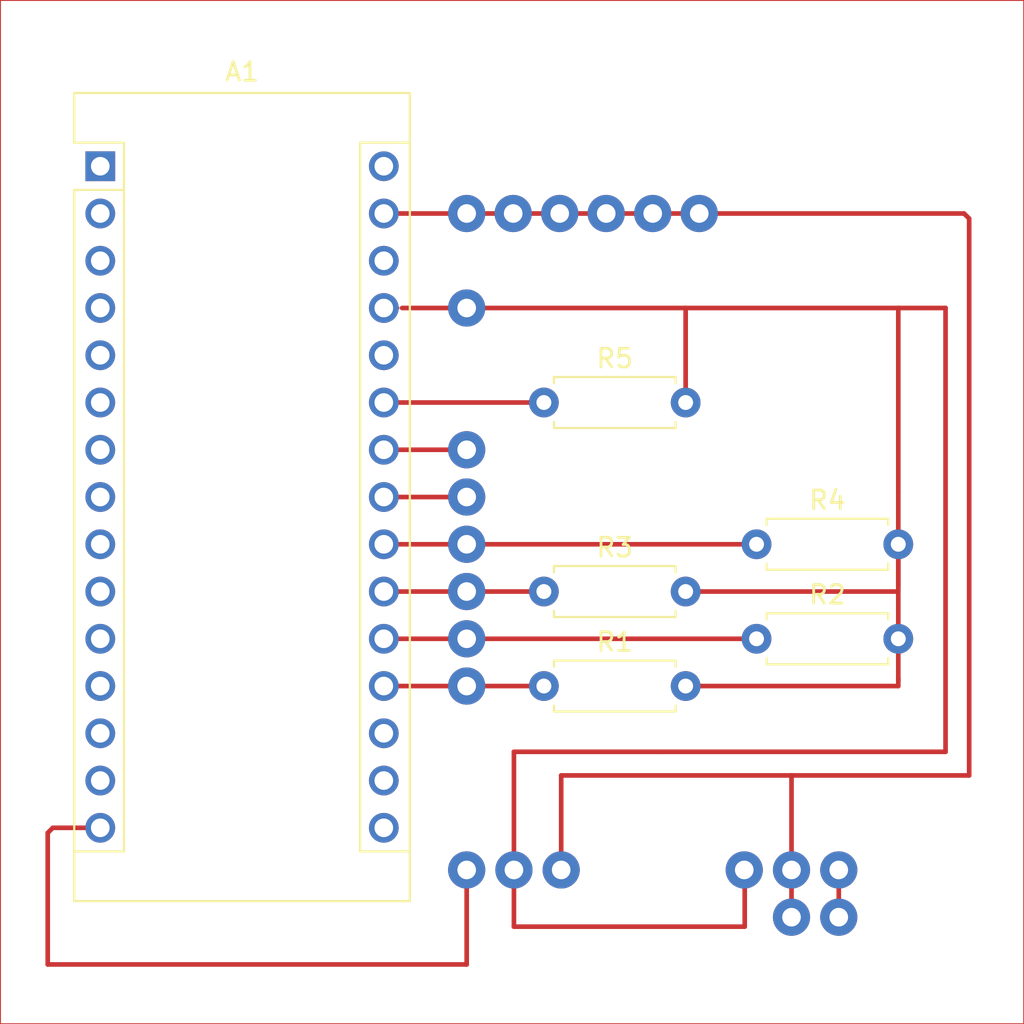
<source format=kicad_pcb>
(kicad_pcb (version 20171130) (host pcbnew "(5.1.9)-1")

  (general
    (thickness 1.6)
    (drawings 4)
    (tracks 88)
    (zones 0)
    (modules 6)
    (nets 31)
  )

  (page A4)
  (layers
    (0 F.Cu signal)
    (31 B.Cu signal)
    (32 B.Adhes user)
    (33 F.Adhes user)
    (34 B.Paste user)
    (35 F.Paste user)
    (36 B.SilkS user)
    (37 F.SilkS user)
    (38 B.Mask user)
    (39 F.Mask user)
    (40 Dwgs.User user)
    (41 Cmts.User user)
    (42 Eco1.User user)
    (43 Eco2.User user)
    (44 Edge.Cuts user)
    (45 Margin user)
    (46 B.CrtYd user)
    (47 F.CrtYd user)
    (48 B.Fab user)
    (49 F.Fab user)
  )

  (setup
    (last_trace_width 0.25)
    (trace_clearance 0.2)
    (zone_clearance 0.508)
    (zone_45_only no)
    (trace_min 0.2)
    (via_size 0.8)
    (via_drill 0.4)
    (via_min_size 0.4)
    (via_min_drill 0.3)
    (user_via 2 1)
    (uvia_size 0.3)
    (uvia_drill 0.1)
    (uvias_allowed no)
    (uvia_min_size 0.2)
    (uvia_min_drill 0.1)
    (edge_width 0.05)
    (segment_width 0.2)
    (pcb_text_width 0.3)
    (pcb_text_size 1.5 1.5)
    (mod_edge_width 0.12)
    (mod_text_size 1 1)
    (mod_text_width 0.15)
    (pad_size 1.524 1.524)
    (pad_drill 0.762)
    (pad_to_mask_clearance 0)
    (aux_axis_origin 0 0)
    (visible_elements 7FFFFFFF)
    (pcbplotparams
      (layerselection 0x010f0_ffffffff)
      (usegerberextensions true)
      (usegerberattributes true)
      (usegerberadvancedattributes true)
      (creategerberjobfile false)
      (excludeedgelayer true)
      (linewidth 0.100000)
      (plotframeref false)
      (viasonmask false)
      (mode 1)
      (useauxorigin false)
      (hpglpennumber 1)
      (hpglpenspeed 20)
      (hpglpendiameter 15.000000)
      (psnegative false)
      (psa4output false)
      (plotreference true)
      (plotvalue true)
      (plotinvisibletext false)
      (padsonsilk true)
      (subtractmaskfromsilk false)
      (outputformat 1)
      (mirror false)
      (drillshape 0)
      (scaleselection 1)
      (outputdirectory "../../gerberInz/"))
  )

  (net 0 "")
  (net 1 "Net-(A1-Pad16)")
  (net 2 "Net-(A1-Pad15)")
  (net 3 "Net-(A1-Pad30)")
  (net 4 "Net-(A1-Pad14)")
  (net 5 "Net-(A1-Pad29)")
  (net 6 "Net-(A1-Pad13)")
  (net 7 "Net-(A1-Pad28)")
  (net 8 "Net-(A1-Pad12)")
  (net 9 "Net-(A1-Pad27)")
  (net 10 "Net-(A1-Pad11)")
  (net 11 "Net-(A1-Pad26)")
  (net 12 "Net-(A1-Pad10)")
  (net 13 "Net-(A1-Pad25)")
  (net 14 "Net-(A1-Pad9)")
  (net 15 "Net-(A1-Pad24)")
  (net 16 "Net-(A1-Pad8)")
  (net 17 "Net-(A1-Pad23)")
  (net 18 "Net-(A1-Pad7)")
  (net 19 "Net-(A1-Pad22)")
  (net 20 "Net-(A1-Pad6)")
  (net 21 "Net-(A1-Pad21)")
  (net 22 "Net-(A1-Pad5)")
  (net 23 "Net-(A1-Pad20)")
  (net 24 "Net-(A1-Pad4)")
  (net 25 "Net-(A1-Pad19)")
  (net 26 "Net-(A1-Pad3)")
  (net 27 "Net-(A1-Pad18)")
  (net 28 "Net-(A1-Pad2)")
  (net 29 "Net-(A1-Pad17)")
  (net 30 "Net-(A1-Pad1)")

  (net_class Default "This is the default net class."
    (clearance 0.2)
    (trace_width 0.25)
    (via_dia 0.8)
    (via_drill 0.4)
    (uvia_dia 0.3)
    (uvia_drill 0.1)
    (add_net "Net-(A1-Pad1)")
    (add_net "Net-(A1-Pad10)")
    (add_net "Net-(A1-Pad11)")
    (add_net "Net-(A1-Pad12)")
    (add_net "Net-(A1-Pad13)")
    (add_net "Net-(A1-Pad14)")
    (add_net "Net-(A1-Pad15)")
    (add_net "Net-(A1-Pad16)")
    (add_net "Net-(A1-Pad17)")
    (add_net "Net-(A1-Pad18)")
    (add_net "Net-(A1-Pad19)")
    (add_net "Net-(A1-Pad2)")
    (add_net "Net-(A1-Pad20)")
    (add_net "Net-(A1-Pad21)")
    (add_net "Net-(A1-Pad22)")
    (add_net "Net-(A1-Pad23)")
    (add_net "Net-(A1-Pad24)")
    (add_net "Net-(A1-Pad25)")
    (add_net "Net-(A1-Pad26)")
    (add_net "Net-(A1-Pad27)")
    (add_net "Net-(A1-Pad28)")
    (add_net "Net-(A1-Pad29)")
    (add_net "Net-(A1-Pad3)")
    (add_net "Net-(A1-Pad30)")
    (add_net "Net-(A1-Pad4)")
    (add_net "Net-(A1-Pad5)")
    (add_net "Net-(A1-Pad6)")
    (add_net "Net-(A1-Pad7)")
    (add_net "Net-(A1-Pad8)")
    (add_net "Net-(A1-Pad9)")
  )

  (module Resistor_THT:R_Axial_DIN0207_L6.3mm_D2.5mm_P7.62mm_Horizontal (layer F.Cu) (tedit 5AE5139B) (tstamp 5FF2BFD4)
    (at 52.451 40.915001)
    (descr "Resistor, Axial_DIN0207 series, Axial, Horizontal, pin pitch=7.62mm, 0.25W = 1/4W, length*diameter=6.3*2.5mm^2, http://cdn-reichelt.de/documents/datenblatt/B400/1_4W%23YAG.pdf")
    (tags "Resistor Axial_DIN0207 series Axial Horizontal pin pitch 7.62mm 0.25W = 1/4W length 6.3mm diameter 2.5mm")
    (path /5FF2EF34)
    (fp_text reference R5 (at 3.81 -2.37) (layer F.SilkS)
      (effects (font (size 1 1) (thickness 0.15)))
    )
    (fp_text value 1000 (at 3.81 2.37) (layer F.Fab)
      (effects (font (size 1 1) (thickness 0.15)))
    )
    (fp_line (start 0.66 -1.25) (end 0.66 1.25) (layer F.Fab) (width 0.1))
    (fp_line (start 0.66 1.25) (end 6.96 1.25) (layer F.Fab) (width 0.1))
    (fp_line (start 6.96 1.25) (end 6.96 -1.25) (layer F.Fab) (width 0.1))
    (fp_line (start 6.96 -1.25) (end 0.66 -1.25) (layer F.Fab) (width 0.1))
    (fp_line (start 0 0) (end 0.66 0) (layer F.Fab) (width 0.1))
    (fp_line (start 7.62 0) (end 6.96 0) (layer F.Fab) (width 0.1))
    (fp_line (start 0.54 -1.04) (end 0.54 -1.37) (layer F.SilkS) (width 0.12))
    (fp_line (start 0.54 -1.37) (end 7.08 -1.37) (layer F.SilkS) (width 0.12))
    (fp_line (start 7.08 -1.37) (end 7.08 -1.04) (layer F.SilkS) (width 0.12))
    (fp_line (start 0.54 1.04) (end 0.54 1.37) (layer F.SilkS) (width 0.12))
    (fp_line (start 0.54 1.37) (end 7.08 1.37) (layer F.SilkS) (width 0.12))
    (fp_line (start 7.08 1.37) (end 7.08 1.04) (layer F.SilkS) (width 0.12))
    (fp_line (start -1.05 -1.5) (end -1.05 1.5) (layer F.CrtYd) (width 0.05))
    (fp_line (start -1.05 1.5) (end 8.67 1.5) (layer F.CrtYd) (width 0.05))
    (fp_line (start 8.67 1.5) (end 8.67 -1.5) (layer F.CrtYd) (width 0.05))
    (fp_line (start 8.67 -1.5) (end -1.05 -1.5) (layer F.CrtYd) (width 0.05))
    (fp_text user %R (at 3.81 0) (layer F.Fab)
      (effects (font (size 1 1) (thickness 0.15)))
    )
    (pad 2 thru_hole oval (at 7.62 0) (size 1.6 1.6) (drill 0.8) (layers *.Cu *.Mask)
      (net 9 "Net-(A1-Pad27)"))
    (pad 1 thru_hole circle (at 0 0) (size 1.6 1.6) (drill 0.8) (layers *.Cu *.Mask)
      (net 13 "Net-(A1-Pad25)"))
    (model ${KISYS3DMOD}/Resistor_THT.3dshapes/R_Axial_DIN0207_L6.3mm_D2.5mm_P7.62mm_Horizontal.wrl
      (at (xyz 0 0 0))
      (scale (xyz 1 1 1))
      (rotate (xyz 0 0 0))
    )
  )

  (module Resistor_THT:R_Axial_DIN0207_L6.3mm_D2.5mm_P7.62mm_Horizontal (layer F.Cu) (tedit 5AE5139B) (tstamp 5FF2BFBD)
    (at 63.881 48.535001)
    (descr "Resistor, Axial_DIN0207 series, Axial, Horizontal, pin pitch=7.62mm, 0.25W = 1/4W, length*diameter=6.3*2.5mm^2, http://cdn-reichelt.de/documents/datenblatt/B400/1_4W%23YAG.pdf")
    (tags "Resistor Axial_DIN0207 series Axial Horizontal pin pitch 7.62mm 0.25W = 1/4W length 6.3mm diameter 2.5mm")
    (path /5FF2E8AE)
    (fp_text reference R4 (at 3.81 -2.37) (layer F.SilkS)
      (effects (font (size 1 1) (thickness 0.15)))
    )
    (fp_text value 1000 (at 3.81 2.37) (layer F.Fab)
      (effects (font (size 1 1) (thickness 0.15)))
    )
    (fp_line (start 0.66 -1.25) (end 0.66 1.25) (layer F.Fab) (width 0.1))
    (fp_line (start 0.66 1.25) (end 6.96 1.25) (layer F.Fab) (width 0.1))
    (fp_line (start 6.96 1.25) (end 6.96 -1.25) (layer F.Fab) (width 0.1))
    (fp_line (start 6.96 -1.25) (end 0.66 -1.25) (layer F.Fab) (width 0.1))
    (fp_line (start 0 0) (end 0.66 0) (layer F.Fab) (width 0.1))
    (fp_line (start 7.62 0) (end 6.96 0) (layer F.Fab) (width 0.1))
    (fp_line (start 0.54 -1.04) (end 0.54 -1.37) (layer F.SilkS) (width 0.12))
    (fp_line (start 0.54 -1.37) (end 7.08 -1.37) (layer F.SilkS) (width 0.12))
    (fp_line (start 7.08 -1.37) (end 7.08 -1.04) (layer F.SilkS) (width 0.12))
    (fp_line (start 0.54 1.04) (end 0.54 1.37) (layer F.SilkS) (width 0.12))
    (fp_line (start 0.54 1.37) (end 7.08 1.37) (layer F.SilkS) (width 0.12))
    (fp_line (start 7.08 1.37) (end 7.08 1.04) (layer F.SilkS) (width 0.12))
    (fp_line (start -1.05 -1.5) (end -1.05 1.5) (layer F.CrtYd) (width 0.05))
    (fp_line (start -1.05 1.5) (end 8.67 1.5) (layer F.CrtYd) (width 0.05))
    (fp_line (start 8.67 1.5) (end 8.67 -1.5) (layer F.CrtYd) (width 0.05))
    (fp_line (start 8.67 -1.5) (end -1.05 -1.5) (layer F.CrtYd) (width 0.05))
    (fp_text user %R (at 3.81 0) (layer F.Fab)
      (effects (font (size 1 1) (thickness 0.15)))
    )
    (pad 2 thru_hole oval (at 7.62 0) (size 1.6 1.6) (drill 0.8) (layers *.Cu *.Mask)
      (net 9 "Net-(A1-Pad27)"))
    (pad 1 thru_hole circle (at 0 0) (size 1.6 1.6) (drill 0.8) (layers *.Cu *.Mask)
      (net 19 "Net-(A1-Pad22)"))
    (model ${KISYS3DMOD}/Resistor_THT.3dshapes/R_Axial_DIN0207_L6.3mm_D2.5mm_P7.62mm_Horizontal.wrl
      (at (xyz 0 0 0))
      (scale (xyz 1 1 1))
      (rotate (xyz 0 0 0))
    )
  )

  (module Resistor_THT:R_Axial_DIN0207_L6.3mm_D2.5mm_P7.62mm_Horizontal (layer F.Cu) (tedit 5AE5139B) (tstamp 5FF2BFA6)
    (at 52.451 51.075001)
    (descr "Resistor, Axial_DIN0207 series, Axial, Horizontal, pin pitch=7.62mm, 0.25W = 1/4W, length*diameter=6.3*2.5mm^2, http://cdn-reichelt.de/documents/datenblatt/B400/1_4W%23YAG.pdf")
    (tags "Resistor Axial_DIN0207 series Axial Horizontal pin pitch 7.62mm 0.25W = 1/4W length 6.3mm diameter 2.5mm")
    (path /5FF2E8A8)
    (fp_text reference R3 (at 3.81 -2.37) (layer F.SilkS)
      (effects (font (size 1 1) (thickness 0.15)))
    )
    (fp_text value 1000 (at 3.81 2.37) (layer F.Fab)
      (effects (font (size 1 1) (thickness 0.15)))
    )
    (fp_line (start 0.66 -1.25) (end 0.66 1.25) (layer F.Fab) (width 0.1))
    (fp_line (start 0.66 1.25) (end 6.96 1.25) (layer F.Fab) (width 0.1))
    (fp_line (start 6.96 1.25) (end 6.96 -1.25) (layer F.Fab) (width 0.1))
    (fp_line (start 6.96 -1.25) (end 0.66 -1.25) (layer F.Fab) (width 0.1))
    (fp_line (start 0 0) (end 0.66 0) (layer F.Fab) (width 0.1))
    (fp_line (start 7.62 0) (end 6.96 0) (layer F.Fab) (width 0.1))
    (fp_line (start 0.54 -1.04) (end 0.54 -1.37) (layer F.SilkS) (width 0.12))
    (fp_line (start 0.54 -1.37) (end 7.08 -1.37) (layer F.SilkS) (width 0.12))
    (fp_line (start 7.08 -1.37) (end 7.08 -1.04) (layer F.SilkS) (width 0.12))
    (fp_line (start 0.54 1.04) (end 0.54 1.37) (layer F.SilkS) (width 0.12))
    (fp_line (start 0.54 1.37) (end 7.08 1.37) (layer F.SilkS) (width 0.12))
    (fp_line (start 7.08 1.37) (end 7.08 1.04) (layer F.SilkS) (width 0.12))
    (fp_line (start -1.05 -1.5) (end -1.05 1.5) (layer F.CrtYd) (width 0.05))
    (fp_line (start -1.05 1.5) (end 8.67 1.5) (layer F.CrtYd) (width 0.05))
    (fp_line (start 8.67 1.5) (end 8.67 -1.5) (layer F.CrtYd) (width 0.05))
    (fp_line (start 8.67 -1.5) (end -1.05 -1.5) (layer F.CrtYd) (width 0.05))
    (fp_text user %R (at 3.81 0) (layer F.Fab)
      (effects (font (size 1 1) (thickness 0.15)))
    )
    (pad 2 thru_hole oval (at 7.62 0) (size 1.6 1.6) (drill 0.8) (layers *.Cu *.Mask)
      (net 9 "Net-(A1-Pad27)"))
    (pad 1 thru_hole circle (at 0 0) (size 1.6 1.6) (drill 0.8) (layers *.Cu *.Mask)
      (net 21 "Net-(A1-Pad21)"))
    (model ${KISYS3DMOD}/Resistor_THT.3dshapes/R_Axial_DIN0207_L6.3mm_D2.5mm_P7.62mm_Horizontal.wrl
      (at (xyz 0 0 0))
      (scale (xyz 1 1 1))
      (rotate (xyz 0 0 0))
    )
  )

  (module Resistor_THT:R_Axial_DIN0207_L6.3mm_D2.5mm_P7.62mm_Horizontal (layer F.Cu) (tedit 5AE5139B) (tstamp 5FF2BF8F)
    (at 63.881 53.615001)
    (descr "Resistor, Axial_DIN0207 series, Axial, Horizontal, pin pitch=7.62mm, 0.25W = 1/4W, length*diameter=6.3*2.5mm^2, http://cdn-reichelt.de/documents/datenblatt/B400/1_4W%23YAG.pdf")
    (tags "Resistor Axial_DIN0207 series Axial Horizontal pin pitch 7.62mm 0.25W = 1/4W length 6.3mm diameter 2.5mm")
    (path /5FF2D157)
    (fp_text reference R2 (at 3.81 -2.37) (layer F.SilkS)
      (effects (font (size 1 1) (thickness 0.15)))
    )
    (fp_text value 1000 (at 3.81 2.37) (layer F.Fab)
      (effects (font (size 1 1) (thickness 0.15)))
    )
    (fp_line (start 0.66 -1.25) (end 0.66 1.25) (layer F.Fab) (width 0.1))
    (fp_line (start 0.66 1.25) (end 6.96 1.25) (layer F.Fab) (width 0.1))
    (fp_line (start 6.96 1.25) (end 6.96 -1.25) (layer F.Fab) (width 0.1))
    (fp_line (start 6.96 -1.25) (end 0.66 -1.25) (layer F.Fab) (width 0.1))
    (fp_line (start 0 0) (end 0.66 0) (layer F.Fab) (width 0.1))
    (fp_line (start 7.62 0) (end 6.96 0) (layer F.Fab) (width 0.1))
    (fp_line (start 0.54 -1.04) (end 0.54 -1.37) (layer F.SilkS) (width 0.12))
    (fp_line (start 0.54 -1.37) (end 7.08 -1.37) (layer F.SilkS) (width 0.12))
    (fp_line (start 7.08 -1.37) (end 7.08 -1.04) (layer F.SilkS) (width 0.12))
    (fp_line (start 0.54 1.04) (end 0.54 1.37) (layer F.SilkS) (width 0.12))
    (fp_line (start 0.54 1.37) (end 7.08 1.37) (layer F.SilkS) (width 0.12))
    (fp_line (start 7.08 1.37) (end 7.08 1.04) (layer F.SilkS) (width 0.12))
    (fp_line (start -1.05 -1.5) (end -1.05 1.5) (layer F.CrtYd) (width 0.05))
    (fp_line (start -1.05 1.5) (end 8.67 1.5) (layer F.CrtYd) (width 0.05))
    (fp_line (start 8.67 1.5) (end 8.67 -1.5) (layer F.CrtYd) (width 0.05))
    (fp_line (start 8.67 -1.5) (end -1.05 -1.5) (layer F.CrtYd) (width 0.05))
    (fp_text user %R (at 3.81 0) (layer F.Fab)
      (effects (font (size 1 1) (thickness 0.15)))
    )
    (pad 2 thru_hole oval (at 7.62 0) (size 1.6 1.6) (drill 0.8) (layers *.Cu *.Mask)
      (net 9 "Net-(A1-Pad27)"))
    (pad 1 thru_hole circle (at 0 0) (size 1.6 1.6) (drill 0.8) (layers *.Cu *.Mask)
      (net 23 "Net-(A1-Pad20)"))
    (model ${KISYS3DMOD}/Resistor_THT.3dshapes/R_Axial_DIN0207_L6.3mm_D2.5mm_P7.62mm_Horizontal.wrl
      (at (xyz 0 0 0))
      (scale (xyz 1 1 1))
      (rotate (xyz 0 0 0))
    )
  )

  (module Resistor_THT:R_Axial_DIN0207_L6.3mm_D2.5mm_P7.62mm_Horizontal (layer F.Cu) (tedit 5AE5139B) (tstamp 5FF2BF78)
    (at 52.451 56.155001)
    (descr "Resistor, Axial_DIN0207 series, Axial, Horizontal, pin pitch=7.62mm, 0.25W = 1/4W, length*diameter=6.3*2.5mm^2, http://cdn-reichelt.de/documents/datenblatt/B400/1_4W%23YAG.pdf")
    (tags "Resistor Axial_DIN0207 series Axial Horizontal pin pitch 7.62mm 0.25W = 1/4W length 6.3mm diameter 2.5mm")
    (path /5FF2B76E)
    (fp_text reference R1 (at 3.81 -2.37) (layer F.SilkS)
      (effects (font (size 1 1) (thickness 0.15)))
    )
    (fp_text value 1000 (at 3.81 2.37) (layer F.Fab)
      (effects (font (size 1 1) (thickness 0.15)))
    )
    (fp_line (start 0.66 -1.25) (end 0.66 1.25) (layer F.Fab) (width 0.1))
    (fp_line (start 0.66 1.25) (end 6.96 1.25) (layer F.Fab) (width 0.1))
    (fp_line (start 6.96 1.25) (end 6.96 -1.25) (layer F.Fab) (width 0.1))
    (fp_line (start 6.96 -1.25) (end 0.66 -1.25) (layer F.Fab) (width 0.1))
    (fp_line (start 0 0) (end 0.66 0) (layer F.Fab) (width 0.1))
    (fp_line (start 7.62 0) (end 6.96 0) (layer F.Fab) (width 0.1))
    (fp_line (start 0.54 -1.04) (end 0.54 -1.37) (layer F.SilkS) (width 0.12))
    (fp_line (start 0.54 -1.37) (end 7.08 -1.37) (layer F.SilkS) (width 0.12))
    (fp_line (start 7.08 -1.37) (end 7.08 -1.04) (layer F.SilkS) (width 0.12))
    (fp_line (start 0.54 1.04) (end 0.54 1.37) (layer F.SilkS) (width 0.12))
    (fp_line (start 0.54 1.37) (end 7.08 1.37) (layer F.SilkS) (width 0.12))
    (fp_line (start 7.08 1.37) (end 7.08 1.04) (layer F.SilkS) (width 0.12))
    (fp_line (start -1.05 -1.5) (end -1.05 1.5) (layer F.CrtYd) (width 0.05))
    (fp_line (start -1.05 1.5) (end 8.67 1.5) (layer F.CrtYd) (width 0.05))
    (fp_line (start 8.67 1.5) (end 8.67 -1.5) (layer F.CrtYd) (width 0.05))
    (fp_line (start 8.67 -1.5) (end -1.05 -1.5) (layer F.CrtYd) (width 0.05))
    (fp_text user %R (at 3.81 0) (layer F.Fab)
      (effects (font (size 1 1) (thickness 0.15)))
    )
    (pad 2 thru_hole oval (at 7.62 0) (size 1.6 1.6) (drill 0.8) (layers *.Cu *.Mask)
      (net 9 "Net-(A1-Pad27)"))
    (pad 1 thru_hole circle (at 0 0) (size 1.6 1.6) (drill 0.8) (layers *.Cu *.Mask)
      (net 25 "Net-(A1-Pad19)"))
    (model ${KISYS3DMOD}/Resistor_THT.3dshapes/R_Axial_DIN0207_L6.3mm_D2.5mm_P7.62mm_Horizontal.wrl
      (at (xyz 0 0 0))
      (scale (xyz 1 1 1))
      (rotate (xyz 0 0 0))
    )
  )

  (module Module:Arduino_Nano (layer F.Cu) (tedit 58ACAF70) (tstamp 5FF2BF61)
    (at 28.606001 28.215001)
    (descr "Arduino Nano, http://www.mouser.com/pdfdocs/Gravitech_Arduino_Nano3_0.pdf")
    (tags "Arduino Nano")
    (path /5FF27479)
    (fp_text reference A1 (at 7.62 -5.08) (layer F.SilkS)
      (effects (font (size 1 1) (thickness 0.15)))
    )
    (fp_text value Arduino_Nano_v3.x (at 8.89 19.05 90) (layer F.Fab)
      (effects (font (size 1 1) (thickness 0.15)))
    )
    (fp_line (start 1.27 1.27) (end 1.27 -1.27) (layer F.SilkS) (width 0.12))
    (fp_line (start 1.27 -1.27) (end -1.4 -1.27) (layer F.SilkS) (width 0.12))
    (fp_line (start -1.4 1.27) (end -1.4 39.5) (layer F.SilkS) (width 0.12))
    (fp_line (start -1.4 -3.94) (end -1.4 -1.27) (layer F.SilkS) (width 0.12))
    (fp_line (start 13.97 -1.27) (end 16.64 -1.27) (layer F.SilkS) (width 0.12))
    (fp_line (start 13.97 -1.27) (end 13.97 36.83) (layer F.SilkS) (width 0.12))
    (fp_line (start 13.97 36.83) (end 16.64 36.83) (layer F.SilkS) (width 0.12))
    (fp_line (start 1.27 1.27) (end -1.4 1.27) (layer F.SilkS) (width 0.12))
    (fp_line (start 1.27 1.27) (end 1.27 36.83) (layer F.SilkS) (width 0.12))
    (fp_line (start 1.27 36.83) (end -1.4 36.83) (layer F.SilkS) (width 0.12))
    (fp_line (start 3.81 31.75) (end 11.43 31.75) (layer F.Fab) (width 0.1))
    (fp_line (start 11.43 31.75) (end 11.43 41.91) (layer F.Fab) (width 0.1))
    (fp_line (start 11.43 41.91) (end 3.81 41.91) (layer F.Fab) (width 0.1))
    (fp_line (start 3.81 41.91) (end 3.81 31.75) (layer F.Fab) (width 0.1))
    (fp_line (start -1.4 39.5) (end 16.64 39.5) (layer F.SilkS) (width 0.12))
    (fp_line (start 16.64 39.5) (end 16.64 -3.94) (layer F.SilkS) (width 0.12))
    (fp_line (start 16.64 -3.94) (end -1.4 -3.94) (layer F.SilkS) (width 0.12))
    (fp_line (start 16.51 39.37) (end -1.27 39.37) (layer F.Fab) (width 0.1))
    (fp_line (start -1.27 39.37) (end -1.27 -2.54) (layer F.Fab) (width 0.1))
    (fp_line (start -1.27 -2.54) (end 0 -3.81) (layer F.Fab) (width 0.1))
    (fp_line (start 0 -3.81) (end 16.51 -3.81) (layer F.Fab) (width 0.1))
    (fp_line (start 16.51 -3.81) (end 16.51 39.37) (layer F.Fab) (width 0.1))
    (fp_line (start -1.53 -4.06) (end 16.75 -4.06) (layer F.CrtYd) (width 0.05))
    (fp_line (start -1.53 -4.06) (end -1.53 42.16) (layer F.CrtYd) (width 0.05))
    (fp_line (start 16.75 42.16) (end 16.75 -4.06) (layer F.CrtYd) (width 0.05))
    (fp_line (start 16.75 42.16) (end -1.53 42.16) (layer F.CrtYd) (width 0.05))
    (fp_text user %R (at 6.35 19.05 90) (layer F.Fab)
      (effects (font (size 1 1) (thickness 0.15)))
    )
    (pad 16 thru_hole oval (at 15.24 35.56) (size 1.6 1.6) (drill 1) (layers *.Cu *.Mask)
      (net 1 "Net-(A1-Pad16)"))
    (pad 15 thru_hole oval (at 0 35.56) (size 1.6 1.6) (drill 1) (layers *.Cu *.Mask)
      (net 2 "Net-(A1-Pad15)"))
    (pad 30 thru_hole oval (at 15.24 0) (size 1.6 1.6) (drill 1) (layers *.Cu *.Mask)
      (net 3 "Net-(A1-Pad30)"))
    (pad 14 thru_hole oval (at 0 33.02) (size 1.6 1.6) (drill 1) (layers *.Cu *.Mask)
      (net 4 "Net-(A1-Pad14)"))
    (pad 29 thru_hole oval (at 15.24 2.54) (size 1.6 1.6) (drill 1) (layers *.Cu *.Mask)
      (net 5 "Net-(A1-Pad29)"))
    (pad 13 thru_hole oval (at 0 30.48) (size 1.6 1.6) (drill 1) (layers *.Cu *.Mask)
      (net 6 "Net-(A1-Pad13)"))
    (pad 28 thru_hole oval (at 15.24 5.08) (size 1.6 1.6) (drill 1) (layers *.Cu *.Mask)
      (net 7 "Net-(A1-Pad28)"))
    (pad 12 thru_hole oval (at 0 27.94) (size 1.6 1.6) (drill 1) (layers *.Cu *.Mask)
      (net 8 "Net-(A1-Pad12)"))
    (pad 27 thru_hole oval (at 15.24 7.62) (size 1.6 1.6) (drill 1) (layers *.Cu *.Mask)
      (net 9 "Net-(A1-Pad27)"))
    (pad 11 thru_hole oval (at 0 25.4) (size 1.6 1.6) (drill 1) (layers *.Cu *.Mask)
      (net 10 "Net-(A1-Pad11)"))
    (pad 26 thru_hole oval (at 15.24 10.16) (size 1.6 1.6) (drill 1) (layers *.Cu *.Mask)
      (net 11 "Net-(A1-Pad26)"))
    (pad 10 thru_hole oval (at 0 22.86) (size 1.6 1.6) (drill 1) (layers *.Cu *.Mask)
      (net 12 "Net-(A1-Pad10)"))
    (pad 25 thru_hole oval (at 15.24 12.7) (size 1.6 1.6) (drill 1) (layers *.Cu *.Mask)
      (net 13 "Net-(A1-Pad25)"))
    (pad 9 thru_hole oval (at 0 20.32) (size 1.6 1.6) (drill 1) (layers *.Cu *.Mask)
      (net 14 "Net-(A1-Pad9)"))
    (pad 24 thru_hole oval (at 15.24 15.24) (size 1.6 1.6) (drill 1) (layers *.Cu *.Mask)
      (net 15 "Net-(A1-Pad24)"))
    (pad 8 thru_hole oval (at 0 17.78) (size 1.6 1.6) (drill 1) (layers *.Cu *.Mask)
      (net 16 "Net-(A1-Pad8)"))
    (pad 23 thru_hole oval (at 15.24 17.78) (size 1.6 1.6) (drill 1) (layers *.Cu *.Mask)
      (net 17 "Net-(A1-Pad23)"))
    (pad 7 thru_hole oval (at 0 15.24) (size 1.6 1.6) (drill 1) (layers *.Cu *.Mask)
      (net 18 "Net-(A1-Pad7)"))
    (pad 22 thru_hole oval (at 15.24 20.32) (size 1.6 1.6) (drill 1) (layers *.Cu *.Mask)
      (net 19 "Net-(A1-Pad22)"))
    (pad 6 thru_hole oval (at 0 12.7) (size 1.6 1.6) (drill 1) (layers *.Cu *.Mask)
      (net 20 "Net-(A1-Pad6)"))
    (pad 21 thru_hole oval (at 15.24 22.86) (size 1.6 1.6) (drill 1) (layers *.Cu *.Mask)
      (net 21 "Net-(A1-Pad21)"))
    (pad 5 thru_hole oval (at 0 10.16) (size 1.6 1.6) (drill 1) (layers *.Cu *.Mask)
      (net 22 "Net-(A1-Pad5)"))
    (pad 20 thru_hole oval (at 15.24 25.4) (size 1.6 1.6) (drill 1) (layers *.Cu *.Mask)
      (net 23 "Net-(A1-Pad20)"))
    (pad 4 thru_hole oval (at 0 7.62) (size 1.6 1.6) (drill 1) (layers *.Cu *.Mask)
      (net 24 "Net-(A1-Pad4)"))
    (pad 19 thru_hole oval (at 15.24 27.94) (size 1.6 1.6) (drill 1) (layers *.Cu *.Mask)
      (net 25 "Net-(A1-Pad19)"))
    (pad 3 thru_hole oval (at 0 5.08) (size 1.6 1.6) (drill 1) (layers *.Cu *.Mask)
      (net 26 "Net-(A1-Pad3)"))
    (pad 18 thru_hole oval (at 15.24 30.48) (size 1.6 1.6) (drill 1) (layers *.Cu *.Mask)
      (net 27 "Net-(A1-Pad18)"))
    (pad 2 thru_hole oval (at 0 2.54) (size 1.6 1.6) (drill 1) (layers *.Cu *.Mask)
      (net 28 "Net-(A1-Pad2)"))
    (pad 17 thru_hole oval (at 15.24 33.02) (size 1.6 1.6) (drill 1) (layers *.Cu *.Mask)
      (net 29 "Net-(A1-Pad17)"))
    (pad 1 thru_hole rect (at 0 0) (size 1.6 1.6) (drill 1) (layers *.Cu *.Mask)
      (net 30 "Net-(A1-Pad1)"))
    (model ${KISYS3DMOD}/Module.3dshapes/Arduino_Nano_WithMountingHoles.wrl
      (at (xyz 0 0 0))
      (scale (xyz 1 1 1))
      (rotate (xyz 0 0 0))
    )
  )

  (gr_line (start 23.241 19.304) (end 23.241 74.304) (layer F.Cu) (width 0.05))
  (gr_line (start 23.241 19.304) (end 78.241 19.304) (layer F.Cu) (width 0.05))
  (gr_line (start 78.241 19.304) (end 78.241 74.304) (layer F.Cu) (width 0.05))
  (gr_line (start 23.241 74.304) (end 78.241 74.304) (layer F.Cu) (width 0.05))

  (via (at 68.301 66.04) (size 2) (drill 1) (layers F.Cu B.Cu) (net 0) (tstamp 607DE4AC))
  (via (at 68.301 68.58) (size 2) (drill 1) (layers F.Cu B.Cu) (net 0))
  (segment (start 68.301 66.04) (end 68.301 68.58) (width 0.25) (layer F.Cu) (net 0))
  (segment (start 28.606001 63.775001) (end 26.056001 63.775001) (width 0.25) (layer F.Cu) (net 2))
  (segment (start 26.056001 63.775001) (end 25.781 64.050002) (width 0.25) (layer F.Cu) (net 2))
  (segment (start 25.781 64.050002) (end 25.781 71.12) (width 0.25) (layer F.Cu) (net 2))
  (segment (start 25.781 71.12) (end 48.301 71.12) (width 0.25) (layer F.Cu) (net 2))
  (segment (start 48.301 71.12) (end 48.301 66.04) (width 0.25) (layer F.Cu) (net 2))
  (segment (start 48.641 66.04) (end 48.641 66.04) (width 0.25) (layer F.Cu) (net 2) (tstamp 5FF4C637))
  (via (at 48.301 66.04) (size 2) (drill 1) (layers F.Cu B.Cu) (net 2))
  (via (at 65.761 66.04) (size 2) (drill 1) (layers F.Cu B.Cu) (net 5) (tstamp 607DE4AE))
  (segment (start 43.846001 30.755001) (end 48.301 30.755001) (width 0.25) (layer F.Cu) (net 5))
  (segment (start 48.301 30.755001) (end 50.801 30.755001) (width 0.25) (layer F.Cu) (net 5) (tstamp 5FF2E89B))
  (via (at 48.301 30.755001) (size 2) (drill 1) (layers F.Cu B.Cu) (net 5))
  (segment (start 50.801 30.755001) (end 53.301 30.755001) (width 0.25) (layer F.Cu) (net 5) (tstamp 5FF2E89D))
  (via (at 50.801 30.755001) (size 2) (drill 1) (layers F.Cu B.Cu) (net 5))
  (segment (start 53.301 30.755001) (end 55.801 30.755001) (width 0.25) (layer F.Cu) (net 5) (tstamp 5FF2E89F))
  (via (at 53.301 30.755001) (size 2) (drill 1) (layers F.Cu B.Cu) (net 5))
  (segment (start 55.801 30.755001) (end 58.301 30.755001) (width 0.25) (layer F.Cu) (net 5) (tstamp 5FF2E8A1))
  (via (at 55.801 30.755001) (size 2) (drill 1) (layers F.Cu B.Cu) (net 5))
  (segment (start 58.301 30.755001) (end 60.801 30.755001) (width 0.25) (layer F.Cu) (net 5) (tstamp 5FF2E8A3))
  (via (at 58.301 30.755001) (size 2) (drill 1) (layers F.Cu B.Cu) (net 5))
  (via (at 60.801 30.755001) (size 2) (drill 1) (layers F.Cu B.Cu) (net 5))
  (segment (start 53.721 66.04) (end 53.721 66.04) (width 0.25) (layer F.Cu) (net 5) (tstamp 5FF4C607))
  (via (at 53.381 66.04) (size 2) (drill 1) (layers F.Cu B.Cu) (net 5))
  (segment (start 53.381 60.96) (end 53.381 66.04) (width 0.25) (layer F.Cu) (net 5))
  (segment (start 75.311 31.030002) (end 75.311 60.96) (width 0.25) (layer F.Cu) (net 5))
  (segment (start 75.035999 30.755001) (end 75.311 31.030002) (width 0.25) (layer F.Cu) (net 5))
  (segment (start 60.801 30.755001) (end 75.035999 30.755001) (width 0.25) (layer F.Cu) (net 5))
  (segment (start 65.761 60.96) (end 65.761 66.04) (width 0.25) (layer F.Cu) (net 5))
  (segment (start 75.311 60.96) (end 65.786 60.96) (width 0.25) (layer F.Cu) (net 5))
  (segment (start 65.786 60.96) (end 53.381 60.96) (width 0.25) (layer F.Cu) (net 5))
  (via (at 65.761 68.58) (size 2) (drill 1) (layers F.Cu B.Cu) (net 5))
  (segment (start 65.761 66.04) (end 65.761 68.58) (width 0.25) (layer F.Cu) (net 5))
  (via (at 63.221 66.04) (size 2) (drill 1) (layers F.Cu B.Cu) (net 9) (tstamp 607DE4AD))
  (segment (start 71.501 35.835001) (end 60.071 35.835001) (width 0.25) (layer F.Cu) (net 9))
  (segment (start 44.555999 35.835001) (end 43.846001 35.835001) (width 0.25) (layer F.Cu) (net 9))
  (segment (start 60.071 35.835001) (end 48.301 35.835001) (width 0.25) (layer F.Cu) (net 9))
  (segment (start 71.501 53.615001) (end 71.501 48.535001) (width 0.25) (layer F.Cu) (net 9))
  (segment (start 60.071 56.155001) (end 71.501 56.155001) (width 0.25) (layer F.Cu) (net 9))
  (segment (start 60.071 51.075001) (end 71.501 51.075001) (width 0.25) (layer F.Cu) (net 9))
  (segment (start 71.501 50.8) (end 71.501 48.26) (width 0.25) (layer F.Cu) (net 9))
  (segment (start 71.501 45.72) (end 71.501 35.835001) (width 0.25) (layer F.Cu) (net 9))
  (segment (start 71.501 48.535001) (end 71.501 45.72) (width 0.25) (layer F.Cu) (net 9))
  (segment (start 48.301 35.835001) (end 44.831 35.835001) (width 0.25) (layer F.Cu) (net 9) (tstamp 5FF2D47B))
  (via (at 48.301 35.835001) (size 2) (drill 1) (layers F.Cu B.Cu) (net 9))
  (segment (start 60.071 40.915001) (end 60.071 35.835001) (width 0.25) (layer F.Cu) (net 9))
  (segment (start 44.121002 35.56) (end 43.846001 35.835001) (width 0.25) (layer F.Cu) (net 9))
  (segment (start 71.501 35.835001) (end 74.041 35.835001) (width 0.25) (layer F.Cu) (net 9))
  (segment (start 74.041 35.835001) (end 74.041 59.69) (width 0.25) (layer F.Cu) (net 9))
  (segment (start 74.041 59.69) (end 58.801 59.69) (width 0.25) (layer F.Cu) (net 9))
  (segment (start 58.801 59.69) (end 50.841 59.69) (width 0.25) (layer F.Cu) (net 9))
  (segment (start 50.841 59.69) (end 50.841 66.04) (width 0.25) (layer F.Cu) (net 9))
  (segment (start 51.181 66.04) (end 51.181 66.04) (width 0.25) (layer F.Cu) (net 9) (tstamp 5FF4C5D0))
  (via (at 50.841 66.04) (size 2) (drill 1) (layers F.Cu B.Cu) (net 9))
  (segment (start 63.246 69.088) (end 63.246 65.532) (width 0.25) (layer F.Cu) (net 9))
  (segment (start 50.841 69.088) (end 63.246 69.088) (width 0.25) (layer F.Cu) (net 9))
  (segment (start 50.841 66.04) (end 50.841 69.088) (width 0.25) (layer F.Cu) (net 9))
  (segment (start 71.501 55.753) (end 71.501 56.155001) (width 0.25) (layer F.Cu) (net 9))
  (segment (start 71.501 55.88) (end 71.501 55.753) (width 0.25) (layer F.Cu) (net 9))
  (segment (start 71.501 55.753) (end 71.501 53.615001) (width 0.25) (layer F.Cu) (net 9))
  (segment (start 44.121002 40.64) (end 43.846001 40.915001) (width 0.25) (layer F.Cu) (net 13))
  (segment (start 52.451 40.915001) (end 44.121002 40.915001) (width 0.25) (layer F.Cu) (net 13))
  (segment (start 43.846001 43.455001) (end 48.301 43.455001) (width 0.25) (layer F.Cu) (net 15))
  (segment (start 48.365999 43.455001) (end 48.641 43.18) (width 0.25) (layer F.Cu) (net 15))
  (segment (start 48.641 43.18) (end 48.641 43.18) (width 0.25) (layer F.Cu) (net 15) (tstamp 5FF2E553))
  (via (at 48.301 43.455001) (size 2) (drill 1) (layers F.Cu B.Cu) (net 15))
  (segment (start 44.121002 45.72) (end 43.846001 45.995001) (width 0.25) (layer F.Cu) (net 17))
  (segment (start 43.846001 45.995001) (end 48.301 45.995001) (width 0.25) (layer F.Cu) (net 17))
  (segment (start 48.365999 45.995001) (end 48.641 45.72) (width 0.25) (layer F.Cu) (net 17))
  (segment (start 48.641 45.72) (end 48.641 45.72) (width 0.25) (layer F.Cu) (net 17) (tstamp 5FF2E899))
  (via (at 48.301 45.995001) (size 2) (drill 1) (layers F.Cu B.Cu) (net 17))
  (segment (start 44.121002 48.26) (end 43.846001 48.535001) (width 0.25) (layer F.Cu) (net 19))
  (segment (start 63.881 48.535001) (end 48.301 48.535001) (width 0.25) (layer F.Cu) (net 19))
  (segment (start 48.301 48.535001) (end 44.121002 48.535001) (width 0.25) (layer F.Cu) (net 19) (tstamp 5FF2CD49))
  (via (at 48.301 48.535001) (size 2) (drill 1) (layers F.Cu B.Cu) (net 19))
  (segment (start 44.121002 50.8) (end 43.846001 51.075001) (width 0.25) (layer F.Cu) (net 21))
  (segment (start 52.451 51.075001) (end 48.301 51.075001) (width 0.25) (layer F.Cu) (net 21))
  (segment (start 48.301 51.075001) (end 44.121002 51.075001) (width 0.25) (layer F.Cu) (net 21) (tstamp 5FF2CD4B))
  (via (at 48.301 51.075001) (size 2) (drill 1) (layers F.Cu B.Cu) (net 21))
  (segment (start 44.121002 53.34) (end 43.846001 53.615001) (width 0.25) (layer F.Cu) (net 23))
  (segment (start 63.881 53.615001) (end 48.301 53.615001) (width 0.25) (layer F.Cu) (net 23))
  (segment (start 48.301 53.615001) (end 44.121002 53.615001) (width 0.25) (layer F.Cu) (net 23) (tstamp 5FF2CD4D))
  (via (at 48.301 53.615001) (size 2) (drill 1) (layers F.Cu B.Cu) (net 23))
  (segment (start 44.121002 55.88) (end 43.846001 56.155001) (width 0.25) (layer F.Cu) (net 25))
  (segment (start 52.451 56.155001) (end 48.301 56.155001) (width 0.25) (layer F.Cu) (net 25))
  (segment (start 48.301 56.155001) (end 44.121002 56.155001) (width 0.25) (layer F.Cu) (net 25) (tstamp 5FF2CD4F))
  (via (at 48.301 56.155001) (size 2) (drill 1) (layers F.Cu B.Cu) (net 25))

)

</source>
